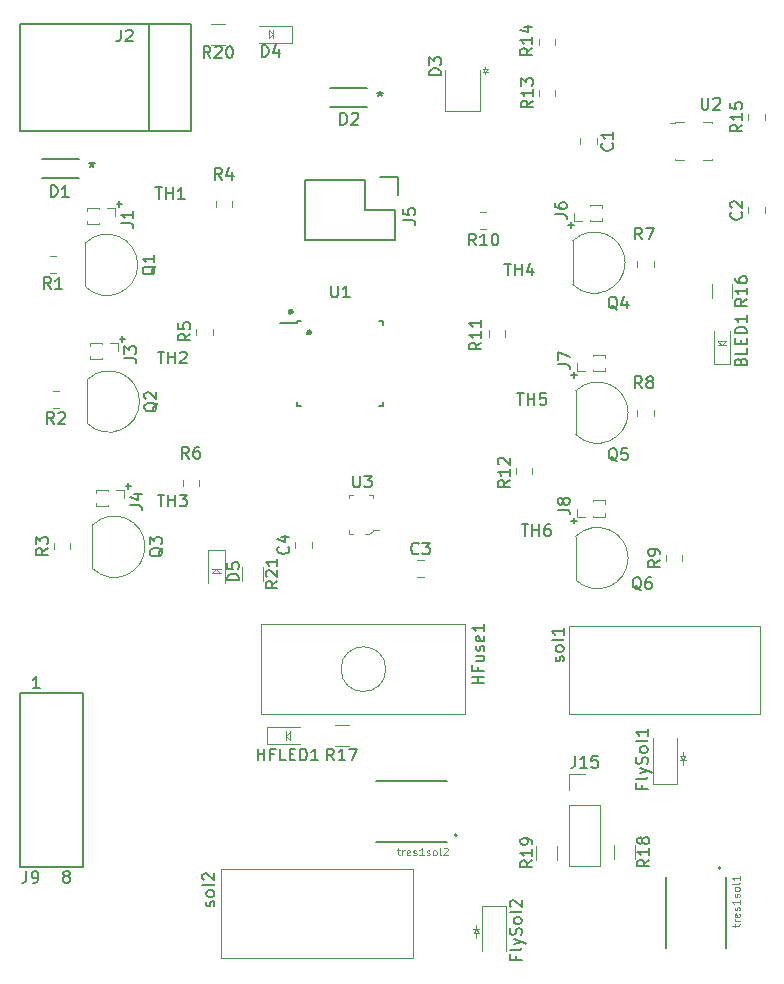
<source format=gbr>
G04 #@! TF.GenerationSoftware,KiCad,Pcbnew,(5.1.4)-1*
G04 #@! TF.CreationDate,2021-01-18T10:38:23+05:30*
G04 #@! TF.ProjectId,power,706f7765-722e-46b6-9963-61645f706362,rev?*
G04 #@! TF.SameCoordinates,Original*
G04 #@! TF.FileFunction,Legend,Top*
G04 #@! TF.FilePolarity,Positive*
%FSLAX46Y46*%
G04 Gerber Fmt 4.6, Leading zero omitted, Abs format (unit mm)*
G04 Created by KiCad (PCBNEW (5.1.4)-1) date 2021-01-18 10:38:23*
%MOMM*%
%LPD*%
G04 APERTURE LIST*
%ADD10C,0.120000*%
%ADD11C,0.150000*%
%ADD12C,0.100000*%
%ADD13C,0.500000*%
%ADD14C,0.152400*%
%ADD15C,0.127000*%
%ADD16C,0.200000*%
%ADD17C,0.015000*%
G04 APERTURE END LIST*
D10*
X181365000Y-66481000D02*
X181365000Y-66180493D01*
X181365000Y-65391507D02*
X181365000Y-65091000D01*
X180390000Y-66481000D02*
X181365000Y-66481000D01*
X180390000Y-65091000D02*
X181365000Y-65091000D01*
X180390000Y-66481000D02*
X180390000Y-66394276D01*
X180390000Y-65177724D02*
X180390000Y-65091000D01*
X179705000Y-66481000D02*
X179020000Y-66481000D01*
X179020000Y-66481000D02*
X179020000Y-65786000D01*
X148411000Y-76080252D02*
X148411000Y-75557748D01*
X146991000Y-76080252D02*
X146991000Y-75557748D01*
X148256966Y-49758542D02*
X149456966Y-49758542D01*
X149456966Y-51518542D02*
X148256966Y-51518542D01*
X177537000Y-119349000D02*
X177537000Y-120549000D01*
X175777000Y-120549000D02*
X175777000Y-119349000D01*
X184141000Y-119288000D02*
X184141000Y-120488000D01*
X182381000Y-120488000D02*
X182381000Y-119288000D01*
X159916862Y-110892539D02*
X158716862Y-110892539D01*
X158716862Y-109132539D02*
X159916862Y-109132539D01*
X192401076Y-71806738D02*
X192401076Y-73006738D01*
X190641076Y-73006738D02*
X190641076Y-71806738D01*
X178569509Y-113280274D02*
X179899509Y-113280274D01*
X178569509Y-114610274D02*
X178569509Y-113280274D01*
X178569509Y-115880274D02*
X181229509Y-115880274D01*
X181229509Y-115880274D02*
X181229509Y-121020274D01*
X178569509Y-115880274D02*
X178569509Y-121020274D01*
X178569509Y-121020274D02*
X181229509Y-121020274D01*
D11*
X161290000Y-68072000D02*
X163830000Y-68072000D01*
X163830000Y-68072000D02*
X163830000Y-65532000D01*
X164110000Y-62712000D02*
X162560000Y-62712000D01*
X156210000Y-68072000D02*
X161290000Y-68072000D01*
X156210000Y-62992000D02*
X156210000Y-68072000D01*
X161290000Y-65532000D02*
X161290000Y-62992000D01*
X163830000Y-65532000D02*
X161290000Y-65532000D01*
X164110000Y-62712000D02*
X164110000Y-64262000D01*
X161290000Y-62992000D02*
X156210000Y-62992000D01*
D12*
X161650000Y-92916000D02*
X161275000Y-92916000D01*
X161975000Y-92591000D02*
X162500000Y-92591000D01*
X161975000Y-92691000D02*
X161975000Y-92591000D01*
X161650000Y-92916000D02*
X161975000Y-92691000D01*
X159975000Y-89616000D02*
X160300000Y-89616000D01*
X159975000Y-89916000D02*
X159975000Y-89616000D01*
X161975000Y-89616000D02*
X161675000Y-89616000D01*
X161975000Y-89941000D02*
X161975000Y-89616000D01*
X159975000Y-92916000D02*
X160275000Y-92916000D01*
X159975000Y-92591000D02*
X159975000Y-92916000D01*
D10*
X179136522Y-84515478D02*
G75*
G03X183575000Y-82677000I1838478J1838478D01*
G01*
X179136522Y-80838522D02*
G75*
G02X183575000Y-82677000I1838478J-1838478D01*
G01*
X179125000Y-80877000D02*
X179125000Y-84477000D01*
D11*
X155565000Y-75118000D02*
X154140000Y-75118000D01*
X162815000Y-74893000D02*
X162490000Y-74893000D01*
X162815000Y-82143000D02*
X162490000Y-82143000D01*
X155565000Y-82143000D02*
X155890000Y-82143000D01*
X155565000Y-74893000D02*
X155890000Y-74893000D01*
X155565000Y-82143000D02*
X155565000Y-81818000D01*
X162815000Y-82143000D02*
X162815000Y-81818000D01*
X162815000Y-74893000D02*
X162815000Y-75218000D01*
X155565000Y-74893000D02*
X155565000Y-75118000D01*
D13*
X155024400Y-74123800D02*
G75*
G03X155024400Y-74123800I-50800J0D01*
G01*
X156573800Y-75876400D02*
G75*
G03X156573800Y-75876400I-50800J0D01*
G01*
D10*
X152666530Y-95709362D02*
X152666530Y-96909362D01*
X150906530Y-96909362D02*
X150906530Y-95709362D01*
X195147000Y-57919252D02*
X195147000Y-57396748D01*
X193727000Y-57919252D02*
X193727000Y-57396748D01*
X177422306Y-55883762D02*
X177422306Y-55361258D01*
X176002306Y-55883762D02*
X176002306Y-55361258D01*
X147268000Y-88916252D02*
X147268000Y-88393748D01*
X145848000Y-88916252D02*
X145848000Y-88393748D01*
X150062000Y-65294252D02*
X150062000Y-64771748D01*
X148642000Y-65294252D02*
X148642000Y-64771748D01*
X136346000Y-94250252D02*
X136346000Y-93727748D01*
X134926000Y-94250252D02*
X134926000Y-93727748D01*
X135389252Y-80824000D02*
X134866748Y-80824000D01*
X135389252Y-82244000D02*
X134866748Y-82244000D01*
X135126252Y-69394000D02*
X134603748Y-69394000D01*
X135126252Y-70814000D02*
X134603748Y-70814000D01*
X178882522Y-71815478D02*
G75*
G03X183321000Y-69977000I1838478J1838478D01*
G01*
X178882522Y-68138522D02*
G75*
G02X183321000Y-69977000I1838478J-1838478D01*
G01*
X178871000Y-68177000D02*
X178871000Y-71777000D01*
X163055300Y-104394000D02*
G75*
G03X163055300Y-104394000I-1892300J0D01*
G01*
X152527000Y-100584000D02*
X152527000Y-108204000D01*
X169799000Y-100584000D02*
X152527000Y-100584000D01*
X169799000Y-108204000D02*
X152527000Y-108204000D01*
X169799000Y-100584000D02*
X169799000Y-108204000D01*
X153028862Y-109312539D02*
X155828862Y-109312539D01*
X153028862Y-110712539D02*
X155828862Y-110712539D01*
X153028862Y-109312539D02*
X153028862Y-110712539D01*
D12*
X154628862Y-110012539D02*
X154928862Y-109712539D01*
X154928862Y-109712539D02*
X154978862Y-109662539D01*
X154978862Y-109662539D02*
X154978862Y-110312539D01*
X154978862Y-110362539D02*
X154978862Y-110312539D01*
X154978862Y-110312539D02*
X154978862Y-110362539D01*
X154978862Y-110362539D02*
X154628862Y-110012539D01*
X154628862Y-110012539D02*
X154628862Y-109662539D01*
X154628862Y-110362539D02*
X154628862Y-110012539D01*
D10*
X173212000Y-124419000D02*
X173212000Y-128269000D01*
X171212000Y-124419000D02*
X171212000Y-128269000D01*
X173212000Y-124419000D02*
X171212000Y-124419000D01*
D12*
X170962000Y-126419000D02*
X170462000Y-126419000D01*
X170712000Y-126419000D02*
X170962000Y-126419000D01*
X170712000Y-126019000D02*
X170712000Y-126419000D01*
X170512000Y-126719000D02*
X170712000Y-126419000D01*
X170912000Y-126719000D02*
X170512000Y-126719000D01*
X170712000Y-126419000D02*
X170912000Y-126719000D01*
X170712000Y-126719000D02*
X170712000Y-127119000D01*
D10*
X185690000Y-114087000D02*
X185690000Y-110237000D01*
X187690000Y-114087000D02*
X187690000Y-110237000D01*
X185690000Y-114087000D02*
X187690000Y-114087000D01*
D12*
X187940000Y-112087000D02*
X188440000Y-112087000D01*
X188190000Y-112087000D02*
X187940000Y-112087000D01*
X188190000Y-112487000D02*
X188190000Y-112087000D01*
X188390000Y-111787000D02*
X188190000Y-112087000D01*
X187990000Y-111787000D02*
X188390000Y-111787000D01*
X188190000Y-112087000D02*
X187990000Y-111787000D01*
X188190000Y-111787000D02*
X188190000Y-111387000D01*
D10*
X149417000Y-94339000D02*
X149417000Y-97139000D01*
X148017000Y-94339000D02*
X148017000Y-97139000D01*
X149417000Y-94339000D02*
X148017000Y-94339000D01*
D12*
X148717000Y-95939000D02*
X149017000Y-96239000D01*
X149017000Y-96239000D02*
X149067000Y-96289000D01*
X149067000Y-96289000D02*
X148417000Y-96289000D01*
X148367000Y-96289000D02*
X148417000Y-96289000D01*
X148417000Y-96289000D02*
X148367000Y-96289000D01*
X148367000Y-96289000D02*
X148717000Y-95939000D01*
X148717000Y-95939000D02*
X149067000Y-95939000D01*
X148367000Y-95939000D02*
X148717000Y-95939000D01*
D10*
X155101966Y-51338542D02*
X152301966Y-51338542D01*
X155101966Y-49938542D02*
X152301966Y-49938542D01*
X155101966Y-51338542D02*
X155101966Y-49938542D01*
D12*
X153501966Y-50638542D02*
X153201966Y-50938542D01*
X153201966Y-50938542D02*
X153151966Y-50988542D01*
X153151966Y-50988542D02*
X153151966Y-50338542D01*
X153151966Y-50288542D02*
X153151966Y-50338542D01*
X153151966Y-50338542D02*
X153151966Y-50288542D01*
X153151966Y-50288542D02*
X153501966Y-50638542D01*
X153501966Y-50638542D02*
X153501966Y-50988542D01*
X153501966Y-50288542D02*
X153501966Y-50638542D01*
D10*
X156793000Y-94123252D02*
X156793000Y-93600748D01*
X155373000Y-94123252D02*
X155373000Y-93600748D01*
X165736748Y-96595000D02*
X166259252Y-96595000D01*
X165736748Y-95175000D02*
X166259252Y-95175000D01*
X195147000Y-65802252D02*
X195147000Y-65279748D01*
X193727000Y-65802252D02*
X193727000Y-65279748D01*
X190821076Y-78567738D02*
X190821076Y-75767738D01*
X192221076Y-78567738D02*
X192221076Y-75767738D01*
X190821076Y-78567738D02*
X192221076Y-78567738D01*
D12*
X191521076Y-76967738D02*
X191221076Y-76667738D01*
X191221076Y-76667738D02*
X191171076Y-76617738D01*
X191171076Y-76617738D02*
X191821076Y-76617738D01*
X191871076Y-76617738D02*
X191821076Y-76617738D01*
X191821076Y-76617738D02*
X191871076Y-76617738D01*
X191871076Y-76617738D02*
X191521076Y-76967738D01*
X191521076Y-76967738D02*
X191171076Y-76967738D01*
X191871076Y-76967738D02*
X191521076Y-76967738D01*
D10*
X168045000Y-57170000D02*
X168045000Y-53670000D01*
X171045000Y-57170000D02*
X171045000Y-53670000D01*
D12*
X171695000Y-53840000D02*
X171295000Y-53840000D01*
X171495000Y-53840000D02*
X171495000Y-53990000D01*
X171495000Y-53840000D02*
X171695000Y-53540000D01*
X171695000Y-53540000D02*
X171295000Y-53540000D01*
X171295000Y-53540000D02*
X171495000Y-53840000D01*
X171495000Y-53540000D02*
X171495000Y-53390000D01*
D10*
X168045000Y-57170000D02*
X171045000Y-57170000D01*
D11*
X143051640Y-58789960D02*
X143051640Y-49789960D01*
X146551640Y-49789960D02*
X132051640Y-49789960D01*
X132051640Y-58789960D02*
X132051640Y-49789960D01*
X146551640Y-58789960D02*
X132051640Y-58789960D01*
X146551640Y-58789960D02*
X146551640Y-49789960D01*
D14*
X158341000Y-56809000D02*
X161445000Y-56809000D01*
X161445000Y-55205000D02*
X158341000Y-55205000D01*
X133954800Y-62778000D02*
X137058800Y-62778000D01*
X137058800Y-61174000D02*
X133954800Y-61174000D01*
D10*
X177422306Y-51574762D02*
X177422306Y-51052258D01*
X176002306Y-51574762D02*
X176002306Y-51052258D01*
X175462000Y-87891252D02*
X175462000Y-87368748D01*
X174042000Y-87891252D02*
X174042000Y-87368748D01*
X173176000Y-76243252D02*
X173176000Y-75720748D01*
X171756000Y-76243252D02*
X171756000Y-75720748D01*
X171584252Y-65711000D02*
X171061748Y-65711000D01*
X171584252Y-67131000D02*
X171061748Y-67131000D01*
X188162000Y-95257252D02*
X188162000Y-94734748D01*
X186742000Y-95257252D02*
X186742000Y-94734748D01*
X185749000Y-82947252D02*
X185749000Y-82424748D01*
X184329000Y-82947252D02*
X184329000Y-82424748D01*
X185749000Y-70365252D02*
X185749000Y-69842748D01*
X184329000Y-70365252D02*
X184329000Y-69842748D01*
X138232362Y-95869278D02*
G75*
G03X142670840Y-94030800I1838478J1838478D01*
G01*
X138232362Y-92192322D02*
G75*
G02X142670840Y-94030800I1838478J-1838478D01*
G01*
X138220840Y-92230800D02*
X138220840Y-95830800D01*
X137775162Y-83575678D02*
G75*
G03X142213640Y-81737200I1838478J1838478D01*
G01*
X137775162Y-79898722D02*
G75*
G02X142213640Y-81737200I1838478J-1838478D01*
G01*
X137763640Y-79937200D02*
X137763640Y-83537200D01*
X137617682Y-72003438D02*
G75*
G03X142056160Y-70164960I1838478J1838478D01*
G01*
X137617682Y-68326482D02*
G75*
G02X142056160Y-70164960I1838478J-1838478D01*
G01*
X137606160Y-68364960D02*
X137606160Y-71964960D01*
X179503000Y-59437748D02*
X179503000Y-59960252D01*
X180923000Y-59437748D02*
X180923000Y-59960252D01*
X179136522Y-96834478D02*
G75*
G03X183575000Y-94996000I1838478J1838478D01*
G01*
X179136522Y-93157522D02*
G75*
G02X183575000Y-94996000I1838478J-1838478D01*
G01*
X179125000Y-93196000D02*
X179125000Y-96796000D01*
X194775252Y-100729217D02*
X178575252Y-100729217D01*
X194775252Y-108229217D02*
X178575252Y-108229217D01*
X194775252Y-100729217D02*
X194775252Y-108229217D01*
X178575252Y-100729217D02*
X178575252Y-108229217D01*
X165326000Y-121345000D02*
X149126000Y-121345000D01*
X165326000Y-128845000D02*
X149126000Y-128845000D01*
X165326000Y-121345000D02*
X165326000Y-128845000D01*
X149126000Y-121345000D02*
X149126000Y-128845000D01*
D15*
X186748078Y-121979854D02*
X186748078Y-127979854D01*
X191898078Y-127979854D02*
X191898078Y-121979854D01*
D16*
X191423078Y-121229854D02*
G75*
G03X191423078Y-121229854I-100000J0D01*
G01*
D15*
X168227000Y-113884000D02*
X162227000Y-113884000D01*
X162227000Y-119034000D02*
X168227000Y-119034000D01*
D16*
X169077000Y-118459000D02*
G75*
G03X169077000Y-118459000I-100000J0D01*
G01*
D11*
X132097000Y-121177000D02*
X137397000Y-121177000D01*
X132097000Y-106407000D02*
X137397000Y-106407000D01*
X132097000Y-121177000D02*
X132097000Y-106407000D01*
X137397000Y-121177000D02*
X137397000Y-106407000D01*
D10*
X140131000Y-65345000D02*
X140131000Y-66040000D01*
X139446000Y-65345000D02*
X140131000Y-65345000D01*
X138761000Y-66648276D02*
X138761000Y-66735000D01*
X138761000Y-65345000D02*
X138761000Y-65431724D01*
X138761000Y-66735000D02*
X137786000Y-66735000D01*
X138761000Y-65345000D02*
X137786000Y-65345000D01*
X137786000Y-66434493D02*
X137786000Y-66735000D01*
X137786000Y-65345000D02*
X137786000Y-65645507D01*
X138040000Y-76775000D02*
X138040000Y-77075507D01*
X138040000Y-77864493D02*
X138040000Y-78165000D01*
X139015000Y-76775000D02*
X138040000Y-76775000D01*
X139015000Y-78165000D02*
X138040000Y-78165000D01*
X139015000Y-76775000D02*
X139015000Y-76861724D01*
X139015000Y-78078276D02*
X139015000Y-78165000D01*
X139700000Y-76775000D02*
X140385000Y-76775000D01*
X140385000Y-76775000D02*
X140385000Y-77470000D01*
X140877000Y-89221000D02*
X140877000Y-89916000D01*
X140192000Y-89221000D02*
X140877000Y-89221000D01*
X139507000Y-90524276D02*
X139507000Y-90611000D01*
X139507000Y-89221000D02*
X139507000Y-89307724D01*
X139507000Y-90611000D02*
X138532000Y-90611000D01*
X139507000Y-89221000D02*
X138532000Y-89221000D01*
X138532000Y-90310493D02*
X138532000Y-90611000D01*
X138532000Y-89221000D02*
X138532000Y-89521507D01*
X181619000Y-79181000D02*
X181619000Y-78880493D01*
X181619000Y-78091507D02*
X181619000Y-77791000D01*
X180644000Y-79181000D02*
X181619000Y-79181000D01*
X180644000Y-77791000D02*
X181619000Y-77791000D01*
X180644000Y-79181000D02*
X180644000Y-79094276D01*
X180644000Y-77877724D02*
X180644000Y-77791000D01*
X179959000Y-79181000D02*
X179274000Y-79181000D01*
X179274000Y-79181000D02*
X179274000Y-78486000D01*
X179274000Y-91500000D02*
X179274000Y-90805000D01*
X179959000Y-91500000D02*
X179274000Y-91500000D01*
X180644000Y-90196724D02*
X180644000Y-90110000D01*
X180644000Y-91500000D02*
X180644000Y-91413276D01*
X180644000Y-90110000D02*
X181619000Y-90110000D01*
X180644000Y-91500000D02*
X181619000Y-91500000D01*
X181619000Y-90410507D02*
X181619000Y-90110000D01*
X181619000Y-91500000D02*
X181619000Y-91199493D01*
X188303000Y-58090000D02*
X187503000Y-58090000D01*
X187503000Y-58090000D02*
X187503000Y-58190000D01*
X189903000Y-58090000D02*
X190703000Y-58090000D01*
X190703000Y-58090000D02*
X190703000Y-58190000D01*
X187503000Y-61190000D02*
X187503000Y-61290000D01*
X187503000Y-61290000D02*
X188303000Y-61290000D01*
X189903000Y-61290000D02*
X190703000Y-61290000D01*
X190703000Y-61290000D02*
X190703000Y-61190000D01*
X187503000Y-58190000D02*
X187103000Y-58190000D01*
D11*
X177379380Y-65865333D02*
X178093666Y-65865333D01*
X178236523Y-65912952D01*
X178331761Y-66008190D01*
X178379380Y-66151047D01*
X178379380Y-66246285D01*
X177379380Y-64960571D02*
X177379380Y-65151047D01*
X177427000Y-65246285D01*
X177474619Y-65293904D01*
X177617476Y-65389142D01*
X177807952Y-65436761D01*
X178188904Y-65436761D01*
X178284142Y-65389142D01*
X178331761Y-65341523D01*
X178379380Y-65246285D01*
X178379380Y-65055809D01*
X178331761Y-64960571D01*
X178284142Y-64912952D01*
X178188904Y-64865333D01*
X177950809Y-64865333D01*
X177855571Y-64912952D01*
X177807952Y-64960571D01*
X177760333Y-65055809D01*
X177760333Y-65246285D01*
X177807952Y-65341523D01*
X177855571Y-65389142D01*
X177950809Y-65436761D01*
X178731857Y-67030571D02*
X178731857Y-66573428D01*
X178960428Y-66802000D02*
X178503285Y-66802000D01*
X146503380Y-75985666D02*
X146027190Y-76319000D01*
X146503380Y-76557095D02*
X145503380Y-76557095D01*
X145503380Y-76176142D01*
X145551000Y-76080904D01*
X145598619Y-76033285D01*
X145693857Y-75985666D01*
X145836714Y-75985666D01*
X145931952Y-76033285D01*
X145979571Y-76080904D01*
X146027190Y-76176142D01*
X146027190Y-76557095D01*
X145503380Y-75080904D02*
X145503380Y-75557095D01*
X145979571Y-75604714D01*
X145931952Y-75557095D01*
X145884333Y-75461857D01*
X145884333Y-75223761D01*
X145931952Y-75128523D01*
X145979571Y-75080904D01*
X146074809Y-75033285D01*
X146312904Y-75033285D01*
X146408142Y-75080904D01*
X146455761Y-75128523D01*
X146503380Y-75223761D01*
X146503380Y-75461857D01*
X146455761Y-75557095D01*
X146408142Y-75604714D01*
X148214108Y-52649380D02*
X147880775Y-52173190D01*
X147642680Y-52649380D02*
X147642680Y-51649380D01*
X148023632Y-51649380D01*
X148118870Y-51697000D01*
X148166489Y-51744619D01*
X148214108Y-51839857D01*
X148214108Y-51982714D01*
X148166489Y-52077952D01*
X148118870Y-52125571D01*
X148023632Y-52173190D01*
X147642680Y-52173190D01*
X148595061Y-51744619D02*
X148642680Y-51697000D01*
X148737918Y-51649380D01*
X148976013Y-51649380D01*
X149071251Y-51697000D01*
X149118870Y-51744619D01*
X149166489Y-51839857D01*
X149166489Y-51935095D01*
X149118870Y-52077952D01*
X148547442Y-52649380D01*
X149166489Y-52649380D01*
X149785537Y-51649380D02*
X149880775Y-51649380D01*
X149976013Y-51697000D01*
X150023632Y-51744619D01*
X150071251Y-51839857D01*
X150118870Y-52030333D01*
X150118870Y-52268428D01*
X150071251Y-52458904D01*
X150023632Y-52554142D01*
X149976013Y-52601761D01*
X149880775Y-52649380D01*
X149785537Y-52649380D01*
X149690299Y-52601761D01*
X149642680Y-52554142D01*
X149595061Y-52458904D01*
X149547442Y-52268428D01*
X149547442Y-52030333D01*
X149595061Y-51839857D01*
X149642680Y-51744619D01*
X149690299Y-51697000D01*
X149785537Y-51649380D01*
X175458380Y-120591857D02*
X174982190Y-120925190D01*
X175458380Y-121163285D02*
X174458380Y-121163285D01*
X174458380Y-120782333D01*
X174506000Y-120687095D01*
X174553619Y-120639476D01*
X174648857Y-120591857D01*
X174791714Y-120591857D01*
X174886952Y-120639476D01*
X174934571Y-120687095D01*
X174982190Y-120782333D01*
X174982190Y-121163285D01*
X175458380Y-119639476D02*
X175458380Y-120210904D01*
X175458380Y-119925190D02*
X174458380Y-119925190D01*
X174601238Y-120020428D01*
X174696476Y-120115666D01*
X174744095Y-120210904D01*
X175458380Y-119163285D02*
X175458380Y-118972809D01*
X175410761Y-118877571D01*
X175363142Y-118829952D01*
X175220285Y-118734714D01*
X175029809Y-118687095D01*
X174648857Y-118687095D01*
X174553619Y-118734714D01*
X174506000Y-118782333D01*
X174458380Y-118877571D01*
X174458380Y-119068047D01*
X174506000Y-119163285D01*
X174553619Y-119210904D01*
X174648857Y-119258523D01*
X174886952Y-119258523D01*
X174982190Y-119210904D01*
X175029809Y-119163285D01*
X175077428Y-119068047D01*
X175077428Y-118877571D01*
X175029809Y-118782333D01*
X174982190Y-118734714D01*
X174886952Y-118687095D01*
X185363380Y-120530857D02*
X184887190Y-120864190D01*
X185363380Y-121102285D02*
X184363380Y-121102285D01*
X184363380Y-120721333D01*
X184411000Y-120626095D01*
X184458619Y-120578476D01*
X184553857Y-120530857D01*
X184696714Y-120530857D01*
X184791952Y-120578476D01*
X184839571Y-120626095D01*
X184887190Y-120721333D01*
X184887190Y-121102285D01*
X185363380Y-119578476D02*
X185363380Y-120149904D01*
X185363380Y-119864190D02*
X184363380Y-119864190D01*
X184506238Y-119959428D01*
X184601476Y-120054666D01*
X184649095Y-120149904D01*
X184791952Y-119007047D02*
X184744333Y-119102285D01*
X184696714Y-119149904D01*
X184601476Y-119197523D01*
X184553857Y-119197523D01*
X184458619Y-119149904D01*
X184411000Y-119102285D01*
X184363380Y-119007047D01*
X184363380Y-118816571D01*
X184411000Y-118721333D01*
X184458619Y-118673714D01*
X184553857Y-118626095D01*
X184601476Y-118626095D01*
X184696714Y-118673714D01*
X184744333Y-118721333D01*
X184791952Y-118816571D01*
X184791952Y-119007047D01*
X184839571Y-119102285D01*
X184887190Y-119149904D01*
X184982428Y-119197523D01*
X185172904Y-119197523D01*
X185268142Y-119149904D01*
X185315761Y-119102285D01*
X185363380Y-119007047D01*
X185363380Y-118816571D01*
X185315761Y-118721333D01*
X185268142Y-118673714D01*
X185172904Y-118626095D01*
X184982428Y-118626095D01*
X184887190Y-118673714D01*
X184839571Y-118721333D01*
X184791952Y-118816571D01*
X158674004Y-112114919D02*
X158340671Y-111638729D01*
X158102576Y-112114919D02*
X158102576Y-111114919D01*
X158483528Y-111114919D01*
X158578766Y-111162539D01*
X158626385Y-111210158D01*
X158674004Y-111305396D01*
X158674004Y-111448253D01*
X158626385Y-111543491D01*
X158578766Y-111591110D01*
X158483528Y-111638729D01*
X158102576Y-111638729D01*
X159626385Y-112114919D02*
X159054957Y-112114919D01*
X159340671Y-112114919D02*
X159340671Y-111114919D01*
X159245433Y-111257777D01*
X159150195Y-111353015D01*
X159054957Y-111400634D01*
X159959719Y-111114919D02*
X160626385Y-111114919D01*
X160197814Y-112114919D01*
X193623456Y-73049595D02*
X193147266Y-73382928D01*
X193623456Y-73621023D02*
X192623456Y-73621023D01*
X192623456Y-73240071D01*
X192671076Y-73144833D01*
X192718695Y-73097214D01*
X192813933Y-73049595D01*
X192956790Y-73049595D01*
X193052028Y-73097214D01*
X193099647Y-73144833D01*
X193147266Y-73240071D01*
X193147266Y-73621023D01*
X193623456Y-72097214D02*
X193623456Y-72668642D01*
X193623456Y-72382928D02*
X192623456Y-72382928D01*
X192766314Y-72478166D01*
X192861552Y-72573404D01*
X192909171Y-72668642D01*
X192623456Y-71240071D02*
X192623456Y-71430547D01*
X192671076Y-71525785D01*
X192718695Y-71573404D01*
X192861552Y-71668642D01*
X193052028Y-71716261D01*
X193432980Y-71716261D01*
X193528218Y-71668642D01*
X193575837Y-71621023D01*
X193623456Y-71525785D01*
X193623456Y-71335309D01*
X193575837Y-71240071D01*
X193528218Y-71192452D01*
X193432980Y-71144833D01*
X193194885Y-71144833D01*
X193099647Y-71192452D01*
X193052028Y-71240071D01*
X193004409Y-71335309D01*
X193004409Y-71525785D01*
X193052028Y-71621023D01*
X193099647Y-71668642D01*
X193194885Y-71716261D01*
X179089985Y-111732654D02*
X179089985Y-112446940D01*
X179042366Y-112589797D01*
X178947128Y-112685035D01*
X178804270Y-112732654D01*
X178709032Y-112732654D01*
X180089985Y-112732654D02*
X179518556Y-112732654D01*
X179804270Y-112732654D02*
X179804270Y-111732654D01*
X179709032Y-111875512D01*
X179613794Y-111970750D01*
X179518556Y-112018369D01*
X180994747Y-111732654D02*
X180518556Y-111732654D01*
X180470937Y-112208845D01*
X180518556Y-112161226D01*
X180613794Y-112113607D01*
X180851889Y-112113607D01*
X180947128Y-112161226D01*
X180994747Y-112208845D01*
X181042366Y-112304083D01*
X181042366Y-112542178D01*
X180994747Y-112637416D01*
X180947128Y-112685035D01*
X180851889Y-112732654D01*
X180613794Y-112732654D01*
X180518556Y-112685035D01*
X180470937Y-112637416D01*
X164552380Y-66373333D02*
X165266666Y-66373333D01*
X165409523Y-66420952D01*
X165504761Y-66516190D01*
X165552380Y-66659047D01*
X165552380Y-66754285D01*
X164552380Y-65420952D02*
X164552380Y-65897142D01*
X165028571Y-65944761D01*
X164980952Y-65897142D01*
X164933333Y-65801904D01*
X164933333Y-65563809D01*
X164980952Y-65468571D01*
X165028571Y-65420952D01*
X165123809Y-65373333D01*
X165361904Y-65373333D01*
X165457142Y-65420952D01*
X165504761Y-65468571D01*
X165552380Y-65563809D01*
X165552380Y-65801904D01*
X165504761Y-65897142D01*
X165457142Y-65944761D01*
X160279095Y-88004380D02*
X160279095Y-88813904D01*
X160326714Y-88909142D01*
X160374333Y-88956761D01*
X160469571Y-89004380D01*
X160660047Y-89004380D01*
X160755285Y-88956761D01*
X160802904Y-88909142D01*
X160850523Y-88813904D01*
X160850523Y-88004380D01*
X161231476Y-88004380D02*
X161850523Y-88004380D01*
X161517190Y-88385333D01*
X161660047Y-88385333D01*
X161755285Y-88432952D01*
X161802904Y-88480571D01*
X161850523Y-88575809D01*
X161850523Y-88813904D01*
X161802904Y-88909142D01*
X161755285Y-88956761D01*
X161660047Y-89004380D01*
X161374333Y-89004380D01*
X161279095Y-88956761D01*
X161231476Y-88909142D01*
X182657761Y-86780619D02*
X182562523Y-86733000D01*
X182467285Y-86637761D01*
X182324428Y-86494904D01*
X182229190Y-86447285D01*
X182133952Y-86447285D01*
X182181571Y-86685380D02*
X182086333Y-86637761D01*
X181991095Y-86542523D01*
X181943476Y-86352047D01*
X181943476Y-86018714D01*
X181991095Y-85828238D01*
X182086333Y-85733000D01*
X182181571Y-85685380D01*
X182372047Y-85685380D01*
X182467285Y-85733000D01*
X182562523Y-85828238D01*
X182610142Y-86018714D01*
X182610142Y-86352047D01*
X182562523Y-86542523D01*
X182467285Y-86637761D01*
X182372047Y-86685380D01*
X182181571Y-86685380D01*
X183514904Y-85685380D02*
X183038714Y-85685380D01*
X182991095Y-86161571D01*
X183038714Y-86113952D01*
X183133952Y-86066333D01*
X183372047Y-86066333D01*
X183467285Y-86113952D01*
X183514904Y-86161571D01*
X183562523Y-86256809D01*
X183562523Y-86494904D01*
X183514904Y-86590142D01*
X183467285Y-86637761D01*
X183372047Y-86685380D01*
X183133952Y-86685380D01*
X183038714Y-86637761D01*
X182991095Y-86590142D01*
X158428095Y-71920380D02*
X158428095Y-72729904D01*
X158475714Y-72825142D01*
X158523333Y-72872761D01*
X158618571Y-72920380D01*
X158809047Y-72920380D01*
X158904285Y-72872761D01*
X158951904Y-72825142D01*
X158999523Y-72729904D01*
X158999523Y-71920380D01*
X159999523Y-72920380D02*
X159428095Y-72920380D01*
X159713809Y-72920380D02*
X159713809Y-71920380D01*
X159618571Y-72063238D01*
X159523333Y-72158476D01*
X159428095Y-72206095D01*
X173085285Y-70064380D02*
X173656714Y-70064380D01*
X173371000Y-71064380D02*
X173371000Y-70064380D01*
X173990047Y-71064380D02*
X173990047Y-70064380D01*
X173990047Y-70540571D02*
X174561476Y-70540571D01*
X174561476Y-71064380D02*
X174561476Y-70064380D01*
X175466238Y-70397714D02*
X175466238Y-71064380D01*
X175228142Y-70016761D02*
X174990047Y-70731047D01*
X175609095Y-70731047D01*
X153888910Y-96952219D02*
X153412720Y-97285552D01*
X153888910Y-97523647D02*
X152888910Y-97523647D01*
X152888910Y-97142695D01*
X152936530Y-97047457D01*
X152984149Y-96999838D01*
X153079387Y-96952219D01*
X153222244Y-96952219D01*
X153317482Y-96999838D01*
X153365101Y-97047457D01*
X153412720Y-97142695D01*
X153412720Y-97523647D01*
X152984149Y-96571266D02*
X152936530Y-96523647D01*
X152888910Y-96428409D01*
X152888910Y-96190314D01*
X152936530Y-96095076D01*
X152984149Y-96047457D01*
X153079387Y-95999838D01*
X153174625Y-95999838D01*
X153317482Y-96047457D01*
X153888910Y-96618885D01*
X153888910Y-95999838D01*
X153888910Y-95047457D02*
X153888910Y-95618885D01*
X153888910Y-95333171D02*
X152888910Y-95333171D01*
X153031768Y-95428409D01*
X153127006Y-95523647D01*
X153174625Y-95618885D01*
X193239380Y-58300857D02*
X192763190Y-58634190D01*
X193239380Y-58872285D02*
X192239380Y-58872285D01*
X192239380Y-58491333D01*
X192287000Y-58396095D01*
X192334619Y-58348476D01*
X192429857Y-58300857D01*
X192572714Y-58300857D01*
X192667952Y-58348476D01*
X192715571Y-58396095D01*
X192763190Y-58491333D01*
X192763190Y-58872285D01*
X193239380Y-57348476D02*
X193239380Y-57919904D01*
X193239380Y-57634190D02*
X192239380Y-57634190D01*
X192382238Y-57729428D01*
X192477476Y-57824666D01*
X192525095Y-57919904D01*
X192239380Y-56443714D02*
X192239380Y-56919904D01*
X192715571Y-56967523D01*
X192667952Y-56919904D01*
X192620333Y-56824666D01*
X192620333Y-56586571D01*
X192667952Y-56491333D01*
X192715571Y-56443714D01*
X192810809Y-56396095D01*
X193048904Y-56396095D01*
X193144142Y-56443714D01*
X193191761Y-56491333D01*
X193239380Y-56586571D01*
X193239380Y-56824666D01*
X193191761Y-56919904D01*
X193144142Y-56967523D01*
X175514686Y-56265367D02*
X175038496Y-56598700D01*
X175514686Y-56836795D02*
X174514686Y-56836795D01*
X174514686Y-56455843D01*
X174562306Y-56360605D01*
X174609925Y-56312986D01*
X174705163Y-56265367D01*
X174848020Y-56265367D01*
X174943258Y-56312986D01*
X174990877Y-56360605D01*
X175038496Y-56455843D01*
X175038496Y-56836795D01*
X175514686Y-55312986D02*
X175514686Y-55884414D01*
X175514686Y-55598700D02*
X174514686Y-55598700D01*
X174657544Y-55693938D01*
X174752782Y-55789176D01*
X174800401Y-55884414D01*
X174514686Y-54979652D02*
X174514686Y-54360605D01*
X174895639Y-54693938D01*
X174895639Y-54551081D01*
X174943258Y-54455843D01*
X174990877Y-54408224D01*
X175086115Y-54360605D01*
X175324210Y-54360605D01*
X175419448Y-54408224D01*
X175467067Y-54455843D01*
X175514686Y-54551081D01*
X175514686Y-54836795D01*
X175467067Y-54932033D01*
X175419448Y-54979652D01*
X146391333Y-86567380D02*
X146058000Y-86091190D01*
X145819904Y-86567380D02*
X145819904Y-85567380D01*
X146200857Y-85567380D01*
X146296095Y-85615000D01*
X146343714Y-85662619D01*
X146391333Y-85757857D01*
X146391333Y-85900714D01*
X146343714Y-85995952D01*
X146296095Y-86043571D01*
X146200857Y-86091190D01*
X145819904Y-86091190D01*
X147248476Y-85567380D02*
X147058000Y-85567380D01*
X146962761Y-85615000D01*
X146915142Y-85662619D01*
X146819904Y-85805476D01*
X146772285Y-85995952D01*
X146772285Y-86376904D01*
X146819904Y-86472142D01*
X146867523Y-86519761D01*
X146962761Y-86567380D01*
X147153238Y-86567380D01*
X147248476Y-86519761D01*
X147296095Y-86472142D01*
X147343714Y-86376904D01*
X147343714Y-86138809D01*
X147296095Y-86043571D01*
X147248476Y-85995952D01*
X147153238Y-85948333D01*
X146962761Y-85948333D01*
X146867523Y-85995952D01*
X146819904Y-86043571D01*
X146772285Y-86138809D01*
X149185333Y-62954380D02*
X148852000Y-62478190D01*
X148613904Y-62954380D02*
X148613904Y-61954380D01*
X148994857Y-61954380D01*
X149090095Y-62002000D01*
X149137714Y-62049619D01*
X149185333Y-62144857D01*
X149185333Y-62287714D01*
X149137714Y-62382952D01*
X149090095Y-62430571D01*
X148994857Y-62478190D01*
X148613904Y-62478190D01*
X150042476Y-62287714D02*
X150042476Y-62954380D01*
X149804380Y-61906761D02*
X149566285Y-62621047D01*
X150185333Y-62621047D01*
X134438380Y-94155666D02*
X133962190Y-94489000D01*
X134438380Y-94727095D02*
X133438380Y-94727095D01*
X133438380Y-94346142D01*
X133486000Y-94250904D01*
X133533619Y-94203285D01*
X133628857Y-94155666D01*
X133771714Y-94155666D01*
X133866952Y-94203285D01*
X133914571Y-94250904D01*
X133962190Y-94346142D01*
X133962190Y-94727095D01*
X133438380Y-93822333D02*
X133438380Y-93203285D01*
X133819333Y-93536619D01*
X133819333Y-93393761D01*
X133866952Y-93298523D01*
X133914571Y-93250904D01*
X134009809Y-93203285D01*
X134247904Y-93203285D01*
X134343142Y-93250904D01*
X134390761Y-93298523D01*
X134438380Y-93393761D01*
X134438380Y-93679476D01*
X134390761Y-93774714D01*
X134343142Y-93822333D01*
X134961333Y-83636380D02*
X134628000Y-83160190D01*
X134389904Y-83636380D02*
X134389904Y-82636380D01*
X134770857Y-82636380D01*
X134866095Y-82684000D01*
X134913714Y-82731619D01*
X134961333Y-82826857D01*
X134961333Y-82969714D01*
X134913714Y-83064952D01*
X134866095Y-83112571D01*
X134770857Y-83160190D01*
X134389904Y-83160190D01*
X135342285Y-82731619D02*
X135389904Y-82684000D01*
X135485142Y-82636380D01*
X135723238Y-82636380D01*
X135818476Y-82684000D01*
X135866095Y-82731619D01*
X135913714Y-82826857D01*
X135913714Y-82922095D01*
X135866095Y-83064952D01*
X135294666Y-83636380D01*
X135913714Y-83636380D01*
X134698333Y-72206380D02*
X134365000Y-71730190D01*
X134126904Y-72206380D02*
X134126904Y-71206380D01*
X134507857Y-71206380D01*
X134603095Y-71254000D01*
X134650714Y-71301619D01*
X134698333Y-71396857D01*
X134698333Y-71539714D01*
X134650714Y-71634952D01*
X134603095Y-71682571D01*
X134507857Y-71730190D01*
X134126904Y-71730190D01*
X135650714Y-72206380D02*
X135079285Y-72206380D01*
X135365000Y-72206380D02*
X135365000Y-71206380D01*
X135269761Y-71349238D01*
X135174523Y-71444476D01*
X135079285Y-71492095D01*
X182657761Y-73953619D02*
X182562523Y-73906000D01*
X182467285Y-73810761D01*
X182324428Y-73667904D01*
X182229190Y-73620285D01*
X182133952Y-73620285D01*
X182181571Y-73858380D02*
X182086333Y-73810761D01*
X181991095Y-73715523D01*
X181943476Y-73525047D01*
X181943476Y-73191714D01*
X181991095Y-73001238D01*
X182086333Y-72906000D01*
X182181571Y-72858380D01*
X182372047Y-72858380D01*
X182467285Y-72906000D01*
X182562523Y-73001238D01*
X182610142Y-73191714D01*
X182610142Y-73525047D01*
X182562523Y-73715523D01*
X182467285Y-73810761D01*
X182372047Y-73858380D01*
X182181571Y-73858380D01*
X183467285Y-73191714D02*
X183467285Y-73858380D01*
X183229190Y-72810761D02*
X182991095Y-73525047D01*
X183610142Y-73525047D01*
X171394380Y-105600190D02*
X170394380Y-105600190D01*
X170870571Y-105600190D02*
X170870571Y-105028761D01*
X171394380Y-105028761D02*
X170394380Y-105028761D01*
X170870571Y-104219238D02*
X170870571Y-104552571D01*
X171394380Y-104552571D02*
X170394380Y-104552571D01*
X170394380Y-104076380D01*
X170727714Y-103266857D02*
X171394380Y-103266857D01*
X170727714Y-103695428D02*
X171251523Y-103695428D01*
X171346761Y-103647809D01*
X171394380Y-103552571D01*
X171394380Y-103409714D01*
X171346761Y-103314476D01*
X171299142Y-103266857D01*
X171346761Y-102838285D02*
X171394380Y-102743047D01*
X171394380Y-102552571D01*
X171346761Y-102457333D01*
X171251523Y-102409714D01*
X171203904Y-102409714D01*
X171108666Y-102457333D01*
X171061047Y-102552571D01*
X171061047Y-102695428D01*
X171013428Y-102790666D01*
X170918190Y-102838285D01*
X170870571Y-102838285D01*
X170775333Y-102790666D01*
X170727714Y-102695428D01*
X170727714Y-102552571D01*
X170775333Y-102457333D01*
X171346761Y-101600190D02*
X171394380Y-101695428D01*
X171394380Y-101885904D01*
X171346761Y-101981142D01*
X171251523Y-102028761D01*
X170870571Y-102028761D01*
X170775333Y-101981142D01*
X170727714Y-101885904D01*
X170727714Y-101695428D01*
X170775333Y-101600190D01*
X170870571Y-101552571D01*
X170965809Y-101552571D01*
X171061047Y-102028761D01*
X171394380Y-100600190D02*
X171394380Y-101171619D01*
X171394380Y-100885904D02*
X170394380Y-100885904D01*
X170537238Y-100981142D01*
X170632476Y-101076380D01*
X170680095Y-101171619D01*
X152197242Y-112115919D02*
X152197242Y-111115919D01*
X152197242Y-111592110D02*
X152768671Y-111592110D01*
X152768671Y-112115919D02*
X152768671Y-111115919D01*
X153578195Y-111592110D02*
X153244862Y-111592110D01*
X153244862Y-112115919D02*
X153244862Y-111115919D01*
X153721052Y-111115919D01*
X154578195Y-112115919D02*
X154102004Y-112115919D01*
X154102004Y-111115919D01*
X154911528Y-111592110D02*
X155244862Y-111592110D01*
X155387719Y-112115919D02*
X154911528Y-112115919D01*
X154911528Y-111115919D01*
X155387719Y-111115919D01*
X155816290Y-112115919D02*
X155816290Y-111115919D01*
X156054385Y-111115919D01*
X156197242Y-111163539D01*
X156292481Y-111258777D01*
X156340100Y-111354015D01*
X156387719Y-111544491D01*
X156387719Y-111687348D01*
X156340100Y-111877824D01*
X156292481Y-111973062D01*
X156197242Y-112068300D01*
X156054385Y-112115919D01*
X155816290Y-112115919D01*
X157340100Y-112115919D02*
X156768671Y-112115919D01*
X157054385Y-112115919D02*
X157054385Y-111115919D01*
X156959147Y-111258777D01*
X156863909Y-111354015D01*
X156768671Y-111401634D01*
X174045571Y-128658666D02*
X174045571Y-128992000D01*
X174569380Y-128992000D02*
X173569380Y-128992000D01*
X173569380Y-128515809D01*
X174569380Y-127992000D02*
X174521761Y-128087238D01*
X174426523Y-128134857D01*
X173569380Y-128134857D01*
X173902714Y-127706285D02*
X174569380Y-127468190D01*
X173902714Y-127230095D02*
X174569380Y-127468190D01*
X174807476Y-127563428D01*
X174855095Y-127611047D01*
X174902714Y-127706285D01*
X174521761Y-126896761D02*
X174569380Y-126753904D01*
X174569380Y-126515809D01*
X174521761Y-126420571D01*
X174474142Y-126372952D01*
X174378904Y-126325333D01*
X174283666Y-126325333D01*
X174188428Y-126372952D01*
X174140809Y-126420571D01*
X174093190Y-126515809D01*
X174045571Y-126706285D01*
X173997952Y-126801523D01*
X173950333Y-126849142D01*
X173855095Y-126896761D01*
X173759857Y-126896761D01*
X173664619Y-126849142D01*
X173617000Y-126801523D01*
X173569380Y-126706285D01*
X173569380Y-126468190D01*
X173617000Y-126325333D01*
X174569380Y-125753904D02*
X174521761Y-125849142D01*
X174474142Y-125896761D01*
X174378904Y-125944380D01*
X174093190Y-125944380D01*
X173997952Y-125896761D01*
X173950333Y-125849142D01*
X173902714Y-125753904D01*
X173902714Y-125611047D01*
X173950333Y-125515809D01*
X173997952Y-125468190D01*
X174093190Y-125420571D01*
X174378904Y-125420571D01*
X174474142Y-125468190D01*
X174521761Y-125515809D01*
X174569380Y-125611047D01*
X174569380Y-125753904D01*
X174569380Y-124849142D02*
X174521761Y-124944380D01*
X174426523Y-124992000D01*
X173569380Y-124992000D01*
X173664619Y-124515809D02*
X173617000Y-124468190D01*
X173569380Y-124372952D01*
X173569380Y-124134857D01*
X173617000Y-124039619D01*
X173664619Y-123992000D01*
X173759857Y-123944380D01*
X173855095Y-123944380D01*
X173997952Y-123992000D01*
X174569380Y-124563428D01*
X174569380Y-123944380D01*
X184713571Y-114180666D02*
X184713571Y-114514000D01*
X185237380Y-114514000D02*
X184237380Y-114514000D01*
X184237380Y-114037809D01*
X185237380Y-113514000D02*
X185189761Y-113609238D01*
X185094523Y-113656857D01*
X184237380Y-113656857D01*
X184570714Y-113228285D02*
X185237380Y-112990190D01*
X184570714Y-112752095D02*
X185237380Y-112990190D01*
X185475476Y-113085428D01*
X185523095Y-113133047D01*
X185570714Y-113228285D01*
X185189761Y-112418761D02*
X185237380Y-112275904D01*
X185237380Y-112037809D01*
X185189761Y-111942571D01*
X185142142Y-111894952D01*
X185046904Y-111847333D01*
X184951666Y-111847333D01*
X184856428Y-111894952D01*
X184808809Y-111942571D01*
X184761190Y-112037809D01*
X184713571Y-112228285D01*
X184665952Y-112323523D01*
X184618333Y-112371142D01*
X184523095Y-112418761D01*
X184427857Y-112418761D01*
X184332619Y-112371142D01*
X184285000Y-112323523D01*
X184237380Y-112228285D01*
X184237380Y-111990190D01*
X184285000Y-111847333D01*
X185237380Y-111275904D02*
X185189761Y-111371142D01*
X185142142Y-111418761D01*
X185046904Y-111466380D01*
X184761190Y-111466380D01*
X184665952Y-111418761D01*
X184618333Y-111371142D01*
X184570714Y-111275904D01*
X184570714Y-111133047D01*
X184618333Y-111037809D01*
X184665952Y-110990190D01*
X184761190Y-110942571D01*
X185046904Y-110942571D01*
X185142142Y-110990190D01*
X185189761Y-111037809D01*
X185237380Y-111133047D01*
X185237380Y-111275904D01*
X185237380Y-110371142D02*
X185189761Y-110466380D01*
X185094523Y-110514000D01*
X184237380Y-110514000D01*
X185237380Y-109466380D02*
X185237380Y-110037809D01*
X185237380Y-109752095D02*
X184237380Y-109752095D01*
X184380238Y-109847333D01*
X184475476Y-109942571D01*
X184523095Y-110037809D01*
X150619380Y-96877095D02*
X149619380Y-96877095D01*
X149619380Y-96639000D01*
X149667000Y-96496142D01*
X149762238Y-96400904D01*
X149857476Y-96353285D01*
X150047952Y-96305666D01*
X150190809Y-96305666D01*
X150381285Y-96353285D01*
X150476523Y-96400904D01*
X150571761Y-96496142D01*
X150619380Y-96639000D01*
X150619380Y-96877095D01*
X149619380Y-95400904D02*
X149619380Y-95877095D01*
X150095571Y-95924714D01*
X150047952Y-95877095D01*
X150000333Y-95781857D01*
X150000333Y-95543761D01*
X150047952Y-95448523D01*
X150095571Y-95400904D01*
X150190809Y-95353285D01*
X150428904Y-95353285D01*
X150524142Y-95400904D01*
X150571761Y-95448523D01*
X150619380Y-95543761D01*
X150619380Y-95781857D01*
X150571761Y-95877095D01*
X150524142Y-95924714D01*
X152563870Y-52540922D02*
X152563870Y-51540922D01*
X152801966Y-51540922D01*
X152944823Y-51588542D01*
X153040061Y-51683780D01*
X153087680Y-51779018D01*
X153135299Y-51969494D01*
X153135299Y-52112351D01*
X153087680Y-52302827D01*
X153040061Y-52398065D01*
X152944823Y-52493303D01*
X152801966Y-52540922D01*
X152563870Y-52540922D01*
X153992442Y-51874256D02*
X153992442Y-52540922D01*
X153754346Y-51493303D02*
X153516251Y-52207589D01*
X154135299Y-52207589D01*
X154790142Y-94028666D02*
X154837761Y-94076285D01*
X154885380Y-94219142D01*
X154885380Y-94314380D01*
X154837761Y-94457238D01*
X154742523Y-94552476D01*
X154647285Y-94600095D01*
X154456809Y-94647714D01*
X154313952Y-94647714D01*
X154123476Y-94600095D01*
X154028238Y-94552476D01*
X153933000Y-94457238D01*
X153885380Y-94314380D01*
X153885380Y-94219142D01*
X153933000Y-94076285D01*
X153980619Y-94028666D01*
X154218714Y-93171523D02*
X154885380Y-93171523D01*
X153837761Y-93409619D02*
X154552047Y-93647714D01*
X154552047Y-93028666D01*
X165831333Y-94592142D02*
X165783714Y-94639761D01*
X165640857Y-94687380D01*
X165545619Y-94687380D01*
X165402761Y-94639761D01*
X165307523Y-94544523D01*
X165259904Y-94449285D01*
X165212285Y-94258809D01*
X165212285Y-94115952D01*
X165259904Y-93925476D01*
X165307523Y-93830238D01*
X165402761Y-93735000D01*
X165545619Y-93687380D01*
X165640857Y-93687380D01*
X165783714Y-93735000D01*
X165831333Y-93782619D01*
X166164666Y-93687380D02*
X166783714Y-93687380D01*
X166450380Y-94068333D01*
X166593238Y-94068333D01*
X166688476Y-94115952D01*
X166736095Y-94163571D01*
X166783714Y-94258809D01*
X166783714Y-94496904D01*
X166736095Y-94592142D01*
X166688476Y-94639761D01*
X166593238Y-94687380D01*
X166307523Y-94687380D01*
X166212285Y-94639761D01*
X166164666Y-94592142D01*
X193144142Y-65707666D02*
X193191761Y-65755285D01*
X193239380Y-65898142D01*
X193239380Y-65993380D01*
X193191761Y-66136238D01*
X193096523Y-66231476D01*
X193001285Y-66279095D01*
X192810809Y-66326714D01*
X192667952Y-66326714D01*
X192477476Y-66279095D01*
X192382238Y-66231476D01*
X192287000Y-66136238D01*
X192239380Y-65993380D01*
X192239380Y-65898142D01*
X192287000Y-65755285D01*
X192334619Y-65707666D01*
X192334619Y-65326714D02*
X192287000Y-65279095D01*
X192239380Y-65183857D01*
X192239380Y-64945761D01*
X192287000Y-64850523D01*
X192334619Y-64802904D01*
X192429857Y-64755285D01*
X192525095Y-64755285D01*
X192667952Y-64802904D01*
X193239380Y-65374333D01*
X193239380Y-64755285D01*
X193095571Y-78342904D02*
X193143190Y-78200047D01*
X193190809Y-78152428D01*
X193286047Y-78104809D01*
X193428904Y-78104809D01*
X193524142Y-78152428D01*
X193571761Y-78200047D01*
X193619380Y-78295285D01*
X193619380Y-78676238D01*
X192619380Y-78676238D01*
X192619380Y-78342904D01*
X192667000Y-78247666D01*
X192714619Y-78200047D01*
X192809857Y-78152428D01*
X192905095Y-78152428D01*
X193000333Y-78200047D01*
X193047952Y-78247666D01*
X193095571Y-78342904D01*
X193095571Y-78676238D01*
X193619380Y-77200047D02*
X193619380Y-77676238D01*
X192619380Y-77676238D01*
X193095571Y-76866714D02*
X193095571Y-76533380D01*
X193619380Y-76390523D02*
X193619380Y-76866714D01*
X192619380Y-76866714D01*
X192619380Y-76390523D01*
X193619380Y-75961952D02*
X192619380Y-75961952D01*
X192619380Y-75723857D01*
X192667000Y-75581000D01*
X192762238Y-75485761D01*
X192857476Y-75438142D01*
X193047952Y-75390523D01*
X193190809Y-75390523D01*
X193381285Y-75438142D01*
X193476523Y-75485761D01*
X193571761Y-75581000D01*
X193619380Y-75723857D01*
X193619380Y-75961952D01*
X193619380Y-74438142D02*
X193619380Y-75009571D01*
X193619380Y-74723857D02*
X192619380Y-74723857D01*
X192762238Y-74819095D01*
X192857476Y-74914333D01*
X192905095Y-75009571D01*
X167747380Y-54108095D02*
X166747380Y-54108095D01*
X166747380Y-53870000D01*
X166795000Y-53727142D01*
X166890238Y-53631904D01*
X166985476Y-53584285D01*
X167175952Y-53536666D01*
X167318809Y-53536666D01*
X167509285Y-53584285D01*
X167604523Y-53631904D01*
X167699761Y-53727142D01*
X167747380Y-53870000D01*
X167747380Y-54108095D01*
X166747380Y-53203333D02*
X166747380Y-52584285D01*
X167128333Y-52917619D01*
X167128333Y-52774761D01*
X167175952Y-52679523D01*
X167223571Y-52631904D01*
X167318809Y-52584285D01*
X167556904Y-52584285D01*
X167652142Y-52631904D01*
X167699761Y-52679523D01*
X167747380Y-52774761D01*
X167747380Y-53060476D01*
X167699761Y-53155714D01*
X167652142Y-53203333D01*
X140636666Y-50252380D02*
X140636666Y-50966666D01*
X140589047Y-51109523D01*
X140493809Y-51204761D01*
X140350952Y-51252380D01*
X140255714Y-51252380D01*
X141065238Y-50347619D02*
X141112857Y-50300000D01*
X141208095Y-50252380D01*
X141446190Y-50252380D01*
X141541428Y-50300000D01*
X141589047Y-50347619D01*
X141636666Y-50442857D01*
X141636666Y-50538095D01*
X141589047Y-50680952D01*
X141017619Y-51252380D01*
X141636666Y-51252380D01*
X174563525Y-92106500D02*
X175134954Y-92106500D01*
X174849240Y-93106500D02*
X174849240Y-92106500D01*
X175468287Y-93106500D02*
X175468287Y-92106500D01*
X175468287Y-92582691D02*
X176039716Y-92582691D01*
X176039716Y-93106500D02*
X176039716Y-92106500D01*
X176944478Y-92106500D02*
X176754001Y-92106500D01*
X176658763Y-92154120D01*
X176611144Y-92201739D01*
X176515906Y-92344596D01*
X176468287Y-92535072D01*
X176468287Y-92916024D01*
X176515906Y-93011262D01*
X176563525Y-93058881D01*
X176658763Y-93106500D01*
X176849240Y-93106500D01*
X176944478Y-93058881D01*
X176992097Y-93011262D01*
X177039716Y-92916024D01*
X177039716Y-92677929D01*
X176992097Y-92582691D01*
X176944478Y-92535072D01*
X176849240Y-92487453D01*
X176658763Y-92487453D01*
X176563525Y-92535072D01*
X176515906Y-92582691D01*
X176468287Y-92677929D01*
X174172365Y-81021940D02*
X174743794Y-81021940D01*
X174458080Y-82021940D02*
X174458080Y-81021940D01*
X175077127Y-82021940D02*
X175077127Y-81021940D01*
X175077127Y-81498131D02*
X175648556Y-81498131D01*
X175648556Y-82021940D02*
X175648556Y-81021940D01*
X176600937Y-81021940D02*
X176124746Y-81021940D01*
X176077127Y-81498131D01*
X176124746Y-81450512D01*
X176219984Y-81402893D01*
X176458080Y-81402893D01*
X176553318Y-81450512D01*
X176600937Y-81498131D01*
X176648556Y-81593369D01*
X176648556Y-81831464D01*
X176600937Y-81926702D01*
X176553318Y-81974321D01*
X176458080Y-82021940D01*
X176219984Y-82021940D01*
X176124746Y-81974321D01*
X176077127Y-81926702D01*
X143748285Y-89622380D02*
X144319714Y-89622380D01*
X144034000Y-90622380D02*
X144034000Y-89622380D01*
X144653047Y-90622380D02*
X144653047Y-89622380D01*
X144653047Y-90098571D02*
X145224476Y-90098571D01*
X145224476Y-90622380D02*
X145224476Y-89622380D01*
X145605428Y-89622380D02*
X146224476Y-89622380D01*
X145891142Y-90003333D01*
X146034000Y-90003333D01*
X146129238Y-90050952D01*
X146176857Y-90098571D01*
X146224476Y-90193809D01*
X146224476Y-90431904D01*
X146176857Y-90527142D01*
X146129238Y-90574761D01*
X146034000Y-90622380D01*
X145748285Y-90622380D01*
X145653047Y-90574761D01*
X145605428Y-90527142D01*
X143733005Y-77506580D02*
X144304434Y-77506580D01*
X144018720Y-78506580D02*
X144018720Y-77506580D01*
X144637767Y-78506580D02*
X144637767Y-77506580D01*
X144637767Y-77982771D02*
X145209196Y-77982771D01*
X145209196Y-78506580D02*
X145209196Y-77506580D01*
X145637767Y-77601819D02*
X145685386Y-77554200D01*
X145780624Y-77506580D01*
X146018720Y-77506580D01*
X146113958Y-77554200D01*
X146161577Y-77601819D01*
X146209196Y-77697057D01*
X146209196Y-77792295D01*
X146161577Y-77935152D01*
X145590148Y-78506580D01*
X146209196Y-78506580D01*
X143545085Y-63602620D02*
X144116514Y-63602620D01*
X143830800Y-64602620D02*
X143830800Y-63602620D01*
X144449847Y-64602620D02*
X144449847Y-63602620D01*
X144449847Y-64078811D02*
X145021276Y-64078811D01*
X145021276Y-64602620D02*
X145021276Y-63602620D01*
X146021276Y-64602620D02*
X145449847Y-64602620D01*
X145735561Y-64602620D02*
X145735561Y-63602620D01*
X145640323Y-63745478D01*
X145545085Y-63840716D01*
X145449847Y-63888335D01*
X159215864Y-58298340D02*
X159215864Y-57298340D01*
X159453960Y-57298340D01*
X159596817Y-57345960D01*
X159692055Y-57441198D01*
X159739674Y-57536436D01*
X159787293Y-57726912D01*
X159787293Y-57869769D01*
X159739674Y-58060245D01*
X159692055Y-58155483D01*
X159596817Y-58250721D01*
X159453960Y-58298340D01*
X159215864Y-58298340D01*
X160168245Y-57393579D02*
X160215864Y-57345960D01*
X160311102Y-57298340D01*
X160549198Y-57298340D01*
X160644436Y-57345960D01*
X160692055Y-57393579D01*
X160739674Y-57488817D01*
X160739674Y-57584055D01*
X160692055Y-57726912D01*
X160120626Y-58298340D01*
X160739674Y-58298340D01*
X162554600Y-55459380D02*
X162554600Y-55697476D01*
X162316504Y-55602238D02*
X162554600Y-55697476D01*
X162792695Y-55602238D01*
X162411742Y-55887952D02*
X162554600Y-55697476D01*
X162697457Y-55887952D01*
X162554600Y-55459380D02*
X162554600Y-55697476D01*
X162316504Y-55602238D02*
X162554600Y-55697476D01*
X162792695Y-55602238D01*
X162411742Y-55887952D02*
X162554600Y-55697476D01*
X162697457Y-55887952D01*
X134697584Y-64414660D02*
X134697584Y-63414660D01*
X134935680Y-63414660D01*
X135078537Y-63462280D01*
X135173775Y-63557518D01*
X135221394Y-63652756D01*
X135269013Y-63843232D01*
X135269013Y-63986089D01*
X135221394Y-64176565D01*
X135173775Y-64271803D01*
X135078537Y-64367041D01*
X134935680Y-64414660D01*
X134697584Y-64414660D01*
X136221394Y-64414660D02*
X135649965Y-64414660D01*
X135935680Y-64414660D02*
X135935680Y-63414660D01*
X135840441Y-63557518D01*
X135745203Y-63652756D01*
X135649965Y-63700375D01*
X138168400Y-61428380D02*
X138168400Y-61666476D01*
X137930304Y-61571238D02*
X138168400Y-61666476D01*
X138406495Y-61571238D01*
X138025542Y-61856952D02*
X138168400Y-61666476D01*
X138311257Y-61856952D01*
X138168400Y-61428380D02*
X138168400Y-61666476D01*
X137930304Y-61571238D02*
X138168400Y-61666476D01*
X138406495Y-61571238D01*
X138025542Y-61856952D02*
X138168400Y-61666476D01*
X138311257Y-61856952D01*
X175458380Y-51823857D02*
X174982190Y-52157190D01*
X175458380Y-52395285D02*
X174458380Y-52395285D01*
X174458380Y-52014333D01*
X174506000Y-51919095D01*
X174553619Y-51871476D01*
X174648857Y-51823857D01*
X174791714Y-51823857D01*
X174886952Y-51871476D01*
X174934571Y-51919095D01*
X174982190Y-52014333D01*
X174982190Y-52395285D01*
X175458380Y-50871476D02*
X175458380Y-51442904D01*
X175458380Y-51157190D02*
X174458380Y-51157190D01*
X174601238Y-51252428D01*
X174696476Y-51347666D01*
X174744095Y-51442904D01*
X174791714Y-50014333D02*
X175458380Y-50014333D01*
X174410761Y-50252428D02*
X175125047Y-50490523D01*
X175125047Y-49871476D01*
X173553380Y-88399857D02*
X173077190Y-88733190D01*
X173553380Y-88971285D02*
X172553380Y-88971285D01*
X172553380Y-88590333D01*
X172601000Y-88495095D01*
X172648619Y-88447476D01*
X172743857Y-88399857D01*
X172886714Y-88399857D01*
X172981952Y-88447476D01*
X173029571Y-88495095D01*
X173077190Y-88590333D01*
X173077190Y-88971285D01*
X173553380Y-87447476D02*
X173553380Y-88018904D01*
X173553380Y-87733190D02*
X172553380Y-87733190D01*
X172696238Y-87828428D01*
X172791476Y-87923666D01*
X172839095Y-88018904D01*
X172648619Y-87066523D02*
X172601000Y-87018904D01*
X172553380Y-86923666D01*
X172553380Y-86685571D01*
X172601000Y-86590333D01*
X172648619Y-86542714D01*
X172743857Y-86495095D01*
X172839095Y-86495095D01*
X172981952Y-86542714D01*
X173553380Y-87114142D01*
X173553380Y-86495095D01*
X171140380Y-76742857D02*
X170664190Y-77076190D01*
X171140380Y-77314285D02*
X170140380Y-77314285D01*
X170140380Y-76933333D01*
X170188000Y-76838095D01*
X170235619Y-76790476D01*
X170330857Y-76742857D01*
X170473714Y-76742857D01*
X170568952Y-76790476D01*
X170616571Y-76838095D01*
X170664190Y-76933333D01*
X170664190Y-77314285D01*
X171140380Y-75790476D02*
X171140380Y-76361904D01*
X171140380Y-76076190D02*
X170140380Y-76076190D01*
X170283238Y-76171428D01*
X170378476Y-76266666D01*
X170426095Y-76361904D01*
X171140380Y-74838095D02*
X171140380Y-75409523D01*
X171140380Y-75123809D02*
X170140380Y-75123809D01*
X170283238Y-75219047D01*
X170378476Y-75314285D01*
X170426095Y-75409523D01*
X170680142Y-68523380D02*
X170346809Y-68047190D01*
X170108714Y-68523380D02*
X170108714Y-67523380D01*
X170489666Y-67523380D01*
X170584904Y-67571000D01*
X170632523Y-67618619D01*
X170680142Y-67713857D01*
X170680142Y-67856714D01*
X170632523Y-67951952D01*
X170584904Y-67999571D01*
X170489666Y-68047190D01*
X170108714Y-68047190D01*
X171632523Y-68523380D02*
X171061095Y-68523380D01*
X171346809Y-68523380D02*
X171346809Y-67523380D01*
X171251571Y-67666238D01*
X171156333Y-67761476D01*
X171061095Y-67809095D01*
X172251571Y-67523380D02*
X172346809Y-67523380D01*
X172442047Y-67571000D01*
X172489666Y-67618619D01*
X172537285Y-67713857D01*
X172584904Y-67904333D01*
X172584904Y-68142428D01*
X172537285Y-68332904D01*
X172489666Y-68428142D01*
X172442047Y-68475761D01*
X172346809Y-68523380D01*
X172251571Y-68523380D01*
X172156333Y-68475761D01*
X172108714Y-68428142D01*
X172061095Y-68332904D01*
X172013476Y-68142428D01*
X172013476Y-67904333D01*
X172061095Y-67713857D01*
X172108714Y-67618619D01*
X172156333Y-67571000D01*
X172251571Y-67523380D01*
X186254380Y-95162666D02*
X185778190Y-95496000D01*
X186254380Y-95734095D02*
X185254380Y-95734095D01*
X185254380Y-95353142D01*
X185302000Y-95257904D01*
X185349619Y-95210285D01*
X185444857Y-95162666D01*
X185587714Y-95162666D01*
X185682952Y-95210285D01*
X185730571Y-95257904D01*
X185778190Y-95353142D01*
X185778190Y-95734095D01*
X186254380Y-94686476D02*
X186254380Y-94496000D01*
X186206761Y-94400761D01*
X186159142Y-94353142D01*
X186016285Y-94257904D01*
X185825809Y-94210285D01*
X185444857Y-94210285D01*
X185349619Y-94257904D01*
X185302000Y-94305523D01*
X185254380Y-94400761D01*
X185254380Y-94591238D01*
X185302000Y-94686476D01*
X185349619Y-94734095D01*
X185444857Y-94781714D01*
X185682952Y-94781714D01*
X185778190Y-94734095D01*
X185825809Y-94686476D01*
X185873428Y-94591238D01*
X185873428Y-94400761D01*
X185825809Y-94305523D01*
X185778190Y-94257904D01*
X185682952Y-94210285D01*
X184745333Y-80607380D02*
X184412000Y-80131190D01*
X184173904Y-80607380D02*
X184173904Y-79607380D01*
X184554857Y-79607380D01*
X184650095Y-79655000D01*
X184697714Y-79702619D01*
X184745333Y-79797857D01*
X184745333Y-79940714D01*
X184697714Y-80035952D01*
X184650095Y-80083571D01*
X184554857Y-80131190D01*
X184173904Y-80131190D01*
X185316761Y-80035952D02*
X185221523Y-79988333D01*
X185173904Y-79940714D01*
X185126285Y-79845476D01*
X185126285Y-79797857D01*
X185173904Y-79702619D01*
X185221523Y-79655000D01*
X185316761Y-79607380D01*
X185507238Y-79607380D01*
X185602476Y-79655000D01*
X185650095Y-79702619D01*
X185697714Y-79797857D01*
X185697714Y-79845476D01*
X185650095Y-79940714D01*
X185602476Y-79988333D01*
X185507238Y-80035952D01*
X185316761Y-80035952D01*
X185221523Y-80083571D01*
X185173904Y-80131190D01*
X185126285Y-80226428D01*
X185126285Y-80416904D01*
X185173904Y-80512142D01*
X185221523Y-80559761D01*
X185316761Y-80607380D01*
X185507238Y-80607380D01*
X185602476Y-80559761D01*
X185650095Y-80512142D01*
X185697714Y-80416904D01*
X185697714Y-80226428D01*
X185650095Y-80131190D01*
X185602476Y-80083571D01*
X185507238Y-80035952D01*
X184745333Y-68016380D02*
X184412000Y-67540190D01*
X184173904Y-68016380D02*
X184173904Y-67016380D01*
X184554857Y-67016380D01*
X184650095Y-67064000D01*
X184697714Y-67111619D01*
X184745333Y-67206857D01*
X184745333Y-67349714D01*
X184697714Y-67444952D01*
X184650095Y-67492571D01*
X184554857Y-67540190D01*
X184173904Y-67540190D01*
X185078666Y-67016380D02*
X185745333Y-67016380D01*
X185316761Y-68016380D01*
X144178459Y-94126038D02*
X144130840Y-94221276D01*
X144035601Y-94316514D01*
X143892744Y-94459371D01*
X143845125Y-94554609D01*
X143845125Y-94649847D01*
X144083220Y-94602228D02*
X144035601Y-94697466D01*
X143940363Y-94792704D01*
X143749887Y-94840323D01*
X143416554Y-94840323D01*
X143226078Y-94792704D01*
X143130840Y-94697466D01*
X143083220Y-94602228D01*
X143083220Y-94411752D01*
X143130840Y-94316514D01*
X143226078Y-94221276D01*
X143416554Y-94173657D01*
X143749887Y-94173657D01*
X143940363Y-94221276D01*
X144035601Y-94316514D01*
X144083220Y-94411752D01*
X144083220Y-94602228D01*
X143083220Y-93840323D02*
X143083220Y-93221276D01*
X143464173Y-93554609D01*
X143464173Y-93411752D01*
X143511792Y-93316514D01*
X143559411Y-93268895D01*
X143654649Y-93221276D01*
X143892744Y-93221276D01*
X143987982Y-93268895D01*
X144035601Y-93316514D01*
X144083220Y-93411752D01*
X144083220Y-93697466D01*
X144035601Y-93792704D01*
X143987982Y-93840323D01*
X143721259Y-81832438D02*
X143673640Y-81927676D01*
X143578401Y-82022914D01*
X143435544Y-82165771D01*
X143387925Y-82261009D01*
X143387925Y-82356247D01*
X143626020Y-82308628D02*
X143578401Y-82403866D01*
X143483163Y-82499104D01*
X143292687Y-82546723D01*
X142959354Y-82546723D01*
X142768878Y-82499104D01*
X142673640Y-82403866D01*
X142626020Y-82308628D01*
X142626020Y-82118152D01*
X142673640Y-82022914D01*
X142768878Y-81927676D01*
X142959354Y-81880057D01*
X143292687Y-81880057D01*
X143483163Y-81927676D01*
X143578401Y-82022914D01*
X143626020Y-82118152D01*
X143626020Y-82308628D01*
X142721259Y-81499104D02*
X142673640Y-81451485D01*
X142626020Y-81356247D01*
X142626020Y-81118152D01*
X142673640Y-81022914D01*
X142721259Y-80975295D01*
X142816497Y-80927676D01*
X142911735Y-80927676D01*
X143054592Y-80975295D01*
X143626020Y-81546723D01*
X143626020Y-80927676D01*
X143563779Y-70260198D02*
X143516160Y-70355436D01*
X143420921Y-70450674D01*
X143278064Y-70593531D01*
X143230445Y-70688769D01*
X143230445Y-70784007D01*
X143468540Y-70736388D02*
X143420921Y-70831626D01*
X143325683Y-70926864D01*
X143135207Y-70974483D01*
X142801874Y-70974483D01*
X142611398Y-70926864D01*
X142516160Y-70831626D01*
X142468540Y-70736388D01*
X142468540Y-70545912D01*
X142516160Y-70450674D01*
X142611398Y-70355436D01*
X142801874Y-70307817D01*
X143135207Y-70307817D01*
X143325683Y-70355436D01*
X143420921Y-70450674D01*
X143468540Y-70545912D01*
X143468540Y-70736388D01*
X143468540Y-69355436D02*
X143468540Y-69926864D01*
X143468540Y-69641150D02*
X142468540Y-69641150D01*
X142611398Y-69736388D01*
X142706636Y-69831626D01*
X142754255Y-69926864D01*
X182220142Y-59865666D02*
X182267761Y-59913285D01*
X182315380Y-60056142D01*
X182315380Y-60151380D01*
X182267761Y-60294238D01*
X182172523Y-60389476D01*
X182077285Y-60437095D01*
X181886809Y-60484714D01*
X181743952Y-60484714D01*
X181553476Y-60437095D01*
X181458238Y-60389476D01*
X181363000Y-60294238D01*
X181315380Y-60151380D01*
X181315380Y-60056142D01*
X181363000Y-59913285D01*
X181410619Y-59865666D01*
X182315380Y-58913285D02*
X182315380Y-59484714D01*
X182315380Y-59199000D02*
X181315380Y-59199000D01*
X181458238Y-59294238D01*
X181553476Y-59389476D01*
X181601095Y-59484714D01*
X184689761Y-97702619D02*
X184594523Y-97655000D01*
X184499285Y-97559761D01*
X184356428Y-97416904D01*
X184261190Y-97369285D01*
X184165952Y-97369285D01*
X184213571Y-97607380D02*
X184118333Y-97559761D01*
X184023095Y-97464523D01*
X183975476Y-97274047D01*
X183975476Y-96940714D01*
X184023095Y-96750238D01*
X184118333Y-96655000D01*
X184213571Y-96607380D01*
X184404047Y-96607380D01*
X184499285Y-96655000D01*
X184594523Y-96750238D01*
X184642142Y-96940714D01*
X184642142Y-97274047D01*
X184594523Y-97464523D01*
X184499285Y-97559761D01*
X184404047Y-97607380D01*
X184213571Y-97607380D01*
X185499285Y-96607380D02*
X185308809Y-96607380D01*
X185213571Y-96655000D01*
X185165952Y-96702619D01*
X185070714Y-96845476D01*
X185023095Y-97035952D01*
X185023095Y-97416904D01*
X185070714Y-97512142D01*
X185118333Y-97559761D01*
X185213571Y-97607380D01*
X185404047Y-97607380D01*
X185499285Y-97559761D01*
X185546904Y-97512142D01*
X185594523Y-97416904D01*
X185594523Y-97178809D01*
X185546904Y-97083571D01*
X185499285Y-97035952D01*
X185404047Y-96988333D01*
X185213571Y-96988333D01*
X185118333Y-97035952D01*
X185070714Y-97083571D01*
X185023095Y-97178809D01*
X178063013Y-103724978D02*
X178110632Y-103629740D01*
X178110632Y-103439264D01*
X178063013Y-103344026D01*
X177967775Y-103296407D01*
X177920156Y-103296407D01*
X177824918Y-103344026D01*
X177777299Y-103439264D01*
X177777299Y-103582121D01*
X177729680Y-103677359D01*
X177634442Y-103724978D01*
X177586823Y-103724978D01*
X177491585Y-103677359D01*
X177443966Y-103582121D01*
X177443966Y-103439264D01*
X177491585Y-103344026D01*
X178110632Y-102724978D02*
X178063013Y-102820217D01*
X178015394Y-102867836D01*
X177920156Y-102915455D01*
X177634442Y-102915455D01*
X177539204Y-102867836D01*
X177491585Y-102820217D01*
X177443966Y-102724978D01*
X177443966Y-102582121D01*
X177491585Y-102486883D01*
X177539204Y-102439264D01*
X177634442Y-102391645D01*
X177920156Y-102391645D01*
X178015394Y-102439264D01*
X178063013Y-102486883D01*
X178110632Y-102582121D01*
X178110632Y-102724978D01*
X178110632Y-101820217D02*
X178063013Y-101915455D01*
X177967775Y-101963074D01*
X177110632Y-101963074D01*
X178110632Y-100915455D02*
X178110632Y-101486883D01*
X178110632Y-101201169D02*
X177110632Y-101201169D01*
X177253490Y-101296407D01*
X177348728Y-101391645D01*
X177396347Y-101486883D01*
X148486761Y-124467761D02*
X148534380Y-124372523D01*
X148534380Y-124182047D01*
X148486761Y-124086809D01*
X148391523Y-124039190D01*
X148343904Y-124039190D01*
X148248666Y-124086809D01*
X148201047Y-124182047D01*
X148201047Y-124324904D01*
X148153428Y-124420142D01*
X148058190Y-124467761D01*
X148010571Y-124467761D01*
X147915333Y-124420142D01*
X147867714Y-124324904D01*
X147867714Y-124182047D01*
X147915333Y-124086809D01*
X148534380Y-123467761D02*
X148486761Y-123563000D01*
X148439142Y-123610619D01*
X148343904Y-123658238D01*
X148058190Y-123658238D01*
X147962952Y-123610619D01*
X147915333Y-123563000D01*
X147867714Y-123467761D01*
X147867714Y-123324904D01*
X147915333Y-123229666D01*
X147962952Y-123182047D01*
X148058190Y-123134428D01*
X148343904Y-123134428D01*
X148439142Y-123182047D01*
X148486761Y-123229666D01*
X148534380Y-123324904D01*
X148534380Y-123467761D01*
X148534380Y-122563000D02*
X148486761Y-122658238D01*
X148391523Y-122705857D01*
X147534380Y-122705857D01*
X147629619Y-122229666D02*
X147582000Y-122182047D01*
X147534380Y-122086809D01*
X147534380Y-121848714D01*
X147582000Y-121753476D01*
X147629619Y-121705857D01*
X147724857Y-121658238D01*
X147820095Y-121658238D01*
X147962952Y-121705857D01*
X148534380Y-122277285D01*
X148534380Y-121658238D01*
D17*
X192592335Y-126190901D02*
X192592335Y-125947092D01*
X192379001Y-126099473D02*
X192927573Y-126099473D01*
X192988525Y-126068996D01*
X193019001Y-126008044D01*
X193019001Y-125947092D01*
X193019001Y-125733758D02*
X192592335Y-125733758D01*
X192714239Y-125733758D02*
X192653287Y-125703282D01*
X192622811Y-125672806D01*
X192592335Y-125611854D01*
X192592335Y-125550901D01*
X192988525Y-125093758D02*
X193019001Y-125154711D01*
X193019001Y-125276615D01*
X192988525Y-125337568D01*
X192927573Y-125368044D01*
X192683763Y-125368044D01*
X192622811Y-125337568D01*
X192592335Y-125276615D01*
X192592335Y-125154711D01*
X192622811Y-125093758D01*
X192683763Y-125063282D01*
X192744716Y-125063282D01*
X192805668Y-125368044D01*
X192988525Y-124819473D02*
X193019001Y-124758520D01*
X193019001Y-124636615D01*
X192988525Y-124575663D01*
X192927573Y-124545187D01*
X192897097Y-124545187D01*
X192836144Y-124575663D01*
X192805668Y-124636615D01*
X192805668Y-124728044D01*
X192775192Y-124788996D01*
X192714239Y-124819473D01*
X192683763Y-124819473D01*
X192622811Y-124788996D01*
X192592335Y-124728044D01*
X192592335Y-124636615D01*
X192622811Y-124575663D01*
X193019001Y-123935663D02*
X193019001Y-124301377D01*
X193019001Y-124118520D02*
X192379001Y-124118520D01*
X192470430Y-124179473D01*
X192531382Y-124240425D01*
X192561858Y-124301377D01*
X192988525Y-123691854D02*
X193019001Y-123630901D01*
X193019001Y-123508996D01*
X192988525Y-123448044D01*
X192927573Y-123417568D01*
X192897097Y-123417568D01*
X192836144Y-123448044D01*
X192805668Y-123508996D01*
X192805668Y-123600425D01*
X192775192Y-123661377D01*
X192714239Y-123691854D01*
X192683763Y-123691854D01*
X192622811Y-123661377D01*
X192592335Y-123600425D01*
X192592335Y-123508996D01*
X192622811Y-123448044D01*
X193019001Y-123051854D02*
X192988525Y-123112806D01*
X192958049Y-123143282D01*
X192897097Y-123173758D01*
X192714239Y-123173758D01*
X192653287Y-123143282D01*
X192622811Y-123112806D01*
X192592335Y-123051854D01*
X192592335Y-122960425D01*
X192622811Y-122899473D01*
X192653287Y-122868996D01*
X192714239Y-122838520D01*
X192897097Y-122838520D01*
X192958049Y-122868996D01*
X192988525Y-122899473D01*
X193019001Y-122960425D01*
X193019001Y-123051854D01*
X193019001Y-122472806D02*
X192988525Y-122533758D01*
X192927573Y-122564234D01*
X192379001Y-122564234D01*
X193019001Y-121893758D02*
X193019001Y-122259473D01*
X193019001Y-122076615D02*
X192379001Y-122076615D01*
X192470430Y-122137568D01*
X192531382Y-122198520D01*
X192561858Y-122259473D01*
X164015952Y-119728257D02*
X164259761Y-119728257D01*
X164107380Y-119514923D02*
X164107380Y-120063495D01*
X164137857Y-120124447D01*
X164198809Y-120154923D01*
X164259761Y-120154923D01*
X164473095Y-120154923D02*
X164473095Y-119728257D01*
X164473095Y-119850161D02*
X164503571Y-119789209D01*
X164534047Y-119758733D01*
X164595000Y-119728257D01*
X164655952Y-119728257D01*
X165113095Y-120124447D02*
X165052142Y-120154923D01*
X164930238Y-120154923D01*
X164869285Y-120124447D01*
X164838809Y-120063495D01*
X164838809Y-119819685D01*
X164869285Y-119758733D01*
X164930238Y-119728257D01*
X165052142Y-119728257D01*
X165113095Y-119758733D01*
X165143571Y-119819685D01*
X165143571Y-119880638D01*
X164838809Y-119941590D01*
X165387380Y-120124447D02*
X165448333Y-120154923D01*
X165570238Y-120154923D01*
X165631190Y-120124447D01*
X165661666Y-120063495D01*
X165661666Y-120033019D01*
X165631190Y-119972066D01*
X165570238Y-119941590D01*
X165478809Y-119941590D01*
X165417857Y-119911114D01*
X165387380Y-119850161D01*
X165387380Y-119819685D01*
X165417857Y-119758733D01*
X165478809Y-119728257D01*
X165570238Y-119728257D01*
X165631190Y-119758733D01*
X166271190Y-120154923D02*
X165905476Y-120154923D01*
X166088333Y-120154923D02*
X166088333Y-119514923D01*
X166027380Y-119606352D01*
X165966428Y-119667304D01*
X165905476Y-119697780D01*
X166515000Y-120124447D02*
X166575952Y-120154923D01*
X166697857Y-120154923D01*
X166758809Y-120124447D01*
X166789285Y-120063495D01*
X166789285Y-120033019D01*
X166758809Y-119972066D01*
X166697857Y-119941590D01*
X166606428Y-119941590D01*
X166545476Y-119911114D01*
X166515000Y-119850161D01*
X166515000Y-119819685D01*
X166545476Y-119758733D01*
X166606428Y-119728257D01*
X166697857Y-119728257D01*
X166758809Y-119758733D01*
X167155000Y-120154923D02*
X167094047Y-120124447D01*
X167063571Y-120093971D01*
X167033095Y-120033019D01*
X167033095Y-119850161D01*
X167063571Y-119789209D01*
X167094047Y-119758733D01*
X167155000Y-119728257D01*
X167246428Y-119728257D01*
X167307380Y-119758733D01*
X167337857Y-119789209D01*
X167368333Y-119850161D01*
X167368333Y-120033019D01*
X167337857Y-120093971D01*
X167307380Y-120124447D01*
X167246428Y-120154923D01*
X167155000Y-120154923D01*
X167734047Y-120154923D02*
X167673095Y-120124447D01*
X167642619Y-120063495D01*
X167642619Y-119514923D01*
X167947380Y-119575876D02*
X167977857Y-119545400D01*
X168038809Y-119514923D01*
X168191190Y-119514923D01*
X168252142Y-119545400D01*
X168282619Y-119575876D01*
X168313095Y-119636828D01*
X168313095Y-119697780D01*
X168282619Y-119789209D01*
X167916904Y-120154923D01*
X168313095Y-120154923D01*
D11*
X132635666Y-121499380D02*
X132635666Y-122213666D01*
X132588047Y-122356523D01*
X132492809Y-122451761D01*
X132349952Y-122499380D01*
X132254714Y-122499380D01*
X133159476Y-122499380D02*
X133349952Y-122499380D01*
X133445190Y-122451761D01*
X133492809Y-122404142D01*
X133588047Y-122261285D01*
X133635666Y-122070809D01*
X133635666Y-121689857D01*
X133588047Y-121594619D01*
X133540428Y-121547000D01*
X133445190Y-121499380D01*
X133254714Y-121499380D01*
X133159476Y-121547000D01*
X133111857Y-121594619D01*
X133064238Y-121689857D01*
X133064238Y-121927952D01*
X133111857Y-122023190D01*
X133159476Y-122070809D01*
X133254714Y-122118428D01*
X133445190Y-122118428D01*
X133540428Y-122070809D01*
X133588047Y-122023190D01*
X133635666Y-121927952D01*
X135921761Y-121927952D02*
X135826523Y-121880333D01*
X135778904Y-121832714D01*
X135731285Y-121737476D01*
X135731285Y-121689857D01*
X135778904Y-121594619D01*
X135826523Y-121547000D01*
X135921761Y-121499380D01*
X136112238Y-121499380D01*
X136207476Y-121547000D01*
X136255095Y-121594619D01*
X136302714Y-121689857D01*
X136302714Y-121737476D01*
X136255095Y-121832714D01*
X136207476Y-121880333D01*
X136112238Y-121927952D01*
X135921761Y-121927952D01*
X135826523Y-121975571D01*
X135778904Y-122023190D01*
X135731285Y-122118428D01*
X135731285Y-122308904D01*
X135778904Y-122404142D01*
X135826523Y-122451761D01*
X135921761Y-122499380D01*
X136112238Y-122499380D01*
X136207476Y-122451761D01*
X136255095Y-122404142D01*
X136302714Y-122308904D01*
X136302714Y-122118428D01*
X136255095Y-122023190D01*
X136207476Y-121975571D01*
X136112238Y-121927952D01*
X133762714Y-105989380D02*
X133191285Y-105989380D01*
X133477000Y-105989380D02*
X133477000Y-104989380D01*
X133381761Y-105132238D01*
X133286523Y-105227476D01*
X133191285Y-105275095D01*
X140676380Y-66627333D02*
X141390666Y-66627333D01*
X141533523Y-66674952D01*
X141628761Y-66770190D01*
X141676380Y-66913047D01*
X141676380Y-67008285D01*
X141676380Y-65627333D02*
X141676380Y-66198761D01*
X141676380Y-65913047D02*
X140676380Y-65913047D01*
X140819238Y-66008285D01*
X140914476Y-66103523D01*
X140962095Y-66198761D01*
X140504857Y-65252571D02*
X140504857Y-64795428D01*
X140733428Y-65024000D02*
X140276285Y-65024000D01*
X140930380Y-78057333D02*
X141644666Y-78057333D01*
X141787523Y-78104952D01*
X141882761Y-78200190D01*
X141930380Y-78343047D01*
X141930380Y-78438285D01*
X140930380Y-77676380D02*
X140930380Y-77057333D01*
X141311333Y-77390666D01*
X141311333Y-77247809D01*
X141358952Y-77152571D01*
X141406571Y-77104952D01*
X141501809Y-77057333D01*
X141739904Y-77057333D01*
X141835142Y-77104952D01*
X141882761Y-77152571D01*
X141930380Y-77247809D01*
X141930380Y-77533523D01*
X141882761Y-77628761D01*
X141835142Y-77676380D01*
X140758857Y-76682571D02*
X140758857Y-76225428D01*
X140987428Y-76454000D02*
X140530285Y-76454000D01*
X141422380Y-90503333D02*
X142136666Y-90503333D01*
X142279523Y-90550952D01*
X142374761Y-90646190D01*
X142422380Y-90789047D01*
X142422380Y-90884285D01*
X141755714Y-89598571D02*
X142422380Y-89598571D01*
X141374761Y-89836666D02*
X142089047Y-90074761D01*
X142089047Y-89455714D01*
X141250857Y-89128571D02*
X141250857Y-88671428D01*
X141479428Y-88900000D02*
X141022285Y-88900000D01*
X177633380Y-78565333D02*
X178347666Y-78565333D01*
X178490523Y-78612952D01*
X178585761Y-78708190D01*
X178633380Y-78851047D01*
X178633380Y-78946285D01*
X177633380Y-78184380D02*
X177633380Y-77517714D01*
X178633380Y-77946285D01*
X178985857Y-79730571D02*
X178985857Y-79273428D01*
X179214428Y-79502000D02*
X178757285Y-79502000D01*
X177633380Y-90884333D02*
X178347666Y-90884333D01*
X178490523Y-90931952D01*
X178585761Y-91027190D01*
X178633380Y-91170047D01*
X178633380Y-91265285D01*
X178061952Y-90265285D02*
X178014333Y-90360523D01*
X177966714Y-90408142D01*
X177871476Y-90455761D01*
X177823857Y-90455761D01*
X177728619Y-90408142D01*
X177681000Y-90360523D01*
X177633380Y-90265285D01*
X177633380Y-90074809D01*
X177681000Y-89979571D01*
X177728619Y-89931952D01*
X177823857Y-89884333D01*
X177871476Y-89884333D01*
X177966714Y-89931952D01*
X178014333Y-89979571D01*
X178061952Y-90074809D01*
X178061952Y-90265285D01*
X178109571Y-90360523D01*
X178157190Y-90408142D01*
X178252428Y-90455761D01*
X178442904Y-90455761D01*
X178538142Y-90408142D01*
X178585761Y-90360523D01*
X178633380Y-90265285D01*
X178633380Y-90074809D01*
X178585761Y-89979571D01*
X178538142Y-89931952D01*
X178442904Y-89884333D01*
X178252428Y-89884333D01*
X178157190Y-89931952D01*
X178109571Y-89979571D01*
X178061952Y-90074809D01*
X178985857Y-92049571D02*
X178985857Y-91592428D01*
X179214428Y-91821000D02*
X178757285Y-91821000D01*
X189799508Y-56015945D02*
X189799508Y-56825469D01*
X189847127Y-56920707D01*
X189894746Y-56968326D01*
X189989984Y-57015945D01*
X190180460Y-57015945D01*
X190275698Y-56968326D01*
X190323317Y-56920707D01*
X190370936Y-56825469D01*
X190370936Y-56015945D01*
X190799508Y-56111184D02*
X190847127Y-56063565D01*
X190942365Y-56015945D01*
X191180460Y-56015945D01*
X191275698Y-56063565D01*
X191323317Y-56111184D01*
X191370936Y-56206422D01*
X191370936Y-56301660D01*
X191323317Y-56444517D01*
X190751889Y-57015945D01*
X191370936Y-57015945D01*
M02*

</source>
